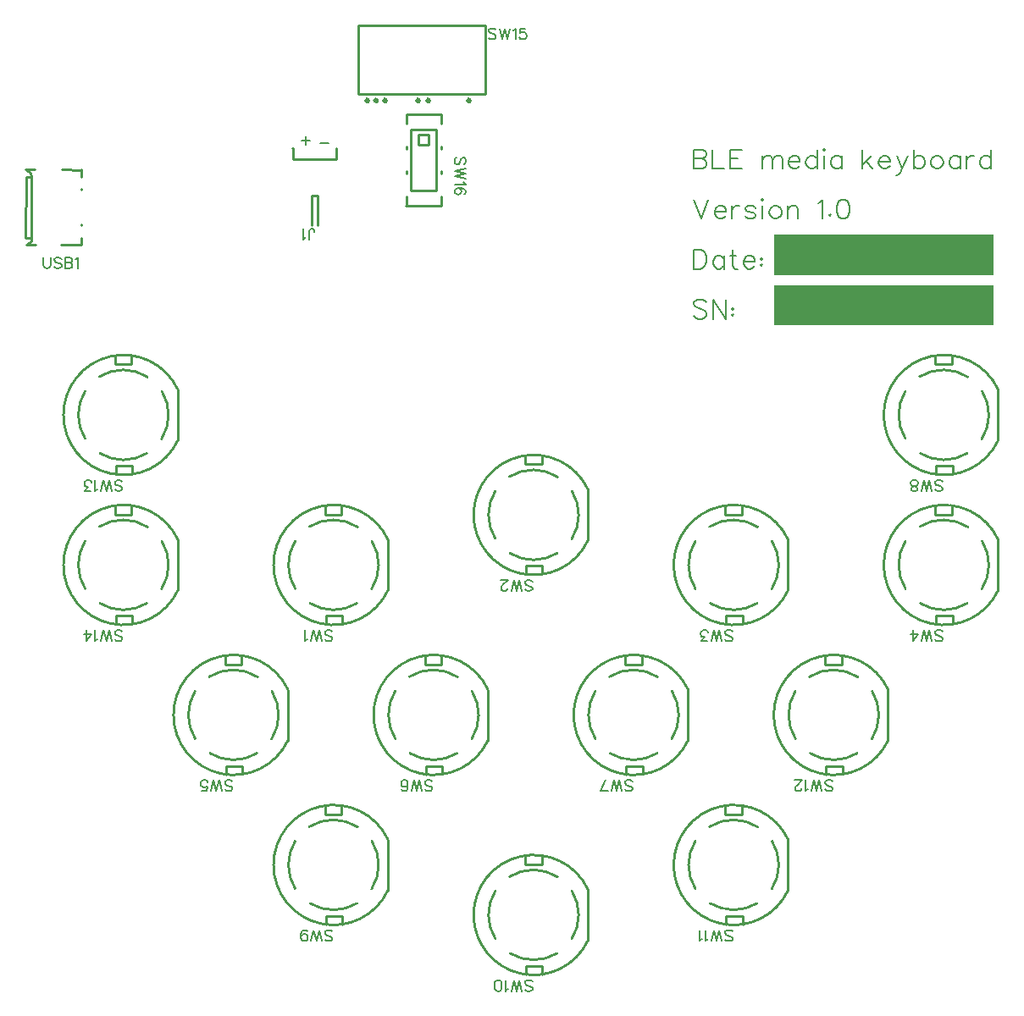
<source format=gto>
G04 Layer: TopSilkscreenLayer*
G04 EasyEDA v6.5.20, 2022-12-02 00:59:29*
G04 a67cddfb3fce44daa9051d46cbbcc19f,10*
G04 Gerber Generator version 0.2*
G04 Scale: 100 percent, Rotated: No, Reflected: No *
G04 Dimensions in millimeters *
G04 leading zeros omitted , absolute positions ,4 integer and 5 decimal *
%FSLAX45Y45*%
%MOMM*%

%ADD10C,0.2032*%
%ADD11C,0.1524*%
%ADD12C,0.2540*%

%LPD*%
D10*
X6729305Y7127326D02*
G01*
X6710832Y7145799D01*
X6683123Y7155035D01*
X6646179Y7155035D01*
X6618470Y7145799D01*
X6599996Y7127326D01*
X6599996Y7108852D01*
X6609232Y7090382D01*
X6618470Y7081144D01*
X6636941Y7071908D01*
X6692361Y7053435D01*
X6710832Y7044199D01*
X6720070Y7034964D01*
X6729305Y7016490D01*
X6729305Y6988782D01*
X6710832Y6970308D01*
X6683123Y6961073D01*
X6646179Y6961073D01*
X6618470Y6970308D01*
X6599996Y6988782D01*
X6790265Y7155035D02*
G01*
X6790265Y6961073D01*
X6790265Y7155035D02*
G01*
X6919574Y6961073D01*
X6919574Y7155035D02*
G01*
X6919574Y6961073D01*
X6989772Y7071908D02*
G01*
X6980534Y7062673D01*
X6989772Y7053435D01*
X6999008Y7062673D01*
X6989772Y7071908D01*
X6989772Y7007252D02*
G01*
X6980534Y6998017D01*
X6989772Y6988782D01*
X6999008Y6998017D01*
X6989772Y7007252D01*
X6599996Y7655034D02*
G01*
X6599996Y7461072D01*
X6599996Y7655034D02*
G01*
X6664652Y7655034D01*
X6692361Y7645798D01*
X6710832Y7627325D01*
X6720070Y7608851D01*
X6729305Y7581143D01*
X6729305Y7534963D01*
X6720070Y7507251D01*
X6710832Y7488781D01*
X6692361Y7470307D01*
X6664652Y7461072D01*
X6599996Y7461072D01*
X6901101Y7590381D02*
G01*
X6901101Y7461072D01*
X6901101Y7562672D02*
G01*
X6882630Y7581143D01*
X6864156Y7590381D01*
X6836448Y7590381D01*
X6817974Y7581143D01*
X6799501Y7562672D01*
X6790265Y7534963D01*
X6790265Y7516489D01*
X6799501Y7488781D01*
X6817974Y7470307D01*
X6836448Y7461072D01*
X6864156Y7461072D01*
X6882630Y7470307D01*
X6901101Y7488781D01*
X6989772Y7655034D02*
G01*
X6989772Y7498016D01*
X6999008Y7470307D01*
X7017481Y7461072D01*
X7035952Y7461072D01*
X6962061Y7590381D02*
G01*
X7026716Y7590381D01*
X7096912Y7534963D02*
G01*
X7207750Y7534963D01*
X7207750Y7553434D01*
X7198512Y7571907D01*
X7189276Y7581143D01*
X7170803Y7590381D01*
X7143094Y7590381D01*
X7124621Y7581143D01*
X7106150Y7562672D01*
X7096912Y7534963D01*
X7096912Y7516489D01*
X7106150Y7488781D01*
X7124621Y7470307D01*
X7143094Y7461072D01*
X7170803Y7461072D01*
X7189276Y7470307D01*
X7207750Y7488781D01*
X7277945Y7571907D02*
G01*
X7268710Y7562672D01*
X7277945Y7553434D01*
X7287181Y7562672D01*
X7277945Y7571907D01*
X7277945Y7507251D02*
G01*
X7268710Y7498016D01*
X7277945Y7488781D01*
X7287181Y7498016D01*
X7277945Y7507251D01*
X6599986Y8155030D02*
G01*
X6673877Y7961068D01*
X6747769Y8155030D02*
G01*
X6673877Y7961068D01*
X6808729Y8034959D02*
G01*
X6919564Y8034959D01*
X6919564Y8053430D01*
X6910329Y8071904D01*
X6901091Y8081139D01*
X6882620Y8090377D01*
X6854911Y8090377D01*
X6836437Y8081139D01*
X6817964Y8062668D01*
X6808729Y8034959D01*
X6808729Y8016486D01*
X6817964Y7988777D01*
X6836437Y7970304D01*
X6854911Y7961068D01*
X6882620Y7961068D01*
X6901091Y7970304D01*
X6919564Y7988777D01*
X6980524Y8090377D02*
G01*
X6980524Y7961068D01*
X6980524Y8034959D02*
G01*
X6989762Y8062668D01*
X7008233Y8081139D01*
X7026706Y8090377D01*
X7054415Y8090377D01*
X7216975Y8062668D02*
G01*
X7207740Y8081139D01*
X7180031Y8090377D01*
X7152322Y8090377D01*
X7124611Y8081139D01*
X7115375Y8062668D01*
X7124611Y8044195D01*
X7143084Y8034959D01*
X7189266Y8025721D01*
X7207740Y8016486D01*
X7216975Y7998012D01*
X7216975Y7988777D01*
X7207740Y7970304D01*
X7180031Y7961068D01*
X7152322Y7961068D01*
X7124611Y7970304D01*
X7115375Y7988777D01*
X7277935Y8155030D02*
G01*
X7287171Y8145795D01*
X7296409Y8155030D01*
X7287171Y8164268D01*
X7277935Y8155030D01*
X7287171Y8090377D02*
G01*
X7287171Y7961068D01*
X7403551Y8090377D02*
G01*
X7385077Y8081139D01*
X7366604Y8062668D01*
X7357369Y8034959D01*
X7357369Y8016486D01*
X7366604Y7988777D01*
X7385077Y7970304D01*
X7403551Y7961068D01*
X7431260Y7961068D01*
X7449731Y7970304D01*
X7468204Y7988777D01*
X7477442Y8016486D01*
X7477442Y8034959D01*
X7468204Y8062668D01*
X7449731Y8081139D01*
X7431260Y8090377D01*
X7403551Y8090377D01*
X7538402Y8090377D02*
G01*
X7538402Y7961068D01*
X7538402Y8053430D02*
G01*
X7566111Y8081139D01*
X7584582Y8090377D01*
X7612291Y8090377D01*
X7630764Y8081139D01*
X7640002Y8053430D01*
X7640002Y7961068D01*
X7843202Y8118086D02*
G01*
X7861673Y8127321D01*
X7889382Y8155030D01*
X7889382Y7961068D01*
X7959580Y8007248D02*
G01*
X7950342Y7998012D01*
X7959580Y7988777D01*
X7968815Y7998012D01*
X7959580Y8007248D01*
X8085193Y8155030D02*
G01*
X8057484Y8145795D01*
X8039011Y8118086D01*
X8029775Y8071904D01*
X8029775Y8044195D01*
X8039011Y7998012D01*
X8057484Y7970304D01*
X8085193Y7961068D01*
X8103666Y7961068D01*
X8131375Y7970304D01*
X8149849Y7998012D01*
X8159084Y8044195D01*
X8159084Y8071904D01*
X8149849Y8118086D01*
X8131375Y8145795D01*
X8103666Y8155030D01*
X8085193Y8155030D01*
X6599936Y8655050D02*
G01*
X6599936Y8460994D01*
X6599936Y8655050D02*
G01*
X6683247Y8655050D01*
X6710934Y8645905D01*
X6720077Y8636508D01*
X6729222Y8617965D01*
X6729222Y8599678D01*
X6720077Y8581136D01*
X6710934Y8571992D01*
X6683247Y8562594D01*
X6599936Y8562594D02*
G01*
X6683247Y8562594D01*
X6710934Y8553450D01*
X6720077Y8544305D01*
X6729222Y8525763D01*
X6729222Y8498078D01*
X6720077Y8479536D01*
X6710934Y8470392D01*
X6683247Y8460994D01*
X6599936Y8460994D01*
X6790181Y8655050D02*
G01*
X6790181Y8460994D01*
X6790181Y8460994D02*
G01*
X6901179Y8460994D01*
X6962140Y8655050D02*
G01*
X6962140Y8460994D01*
X6962140Y8655050D02*
G01*
X7082027Y8655050D01*
X6962140Y8562594D02*
G01*
X7036054Y8562594D01*
X6962140Y8460994D02*
G01*
X7082027Y8460994D01*
X7285227Y8590279D02*
G01*
X7285227Y8460994D01*
X7285227Y8553450D02*
G01*
X7313168Y8581136D01*
X7331456Y8590279D01*
X7359141Y8590279D01*
X7377684Y8581136D01*
X7386827Y8553450D01*
X7386827Y8460994D01*
X7386827Y8553450D02*
G01*
X7414768Y8581136D01*
X7433056Y8590279D01*
X7460741Y8590279D01*
X7479284Y8581136D01*
X7488427Y8553450D01*
X7488427Y8460994D01*
X7549388Y8534908D02*
G01*
X7660386Y8534908D01*
X7660386Y8553450D01*
X7650988Y8571992D01*
X7641843Y8581136D01*
X7623302Y8590279D01*
X7595615Y8590279D01*
X7577327Y8581136D01*
X7558786Y8562594D01*
X7549388Y8534908D01*
X7549388Y8516365D01*
X7558786Y8488679D01*
X7577327Y8470392D01*
X7595615Y8460994D01*
X7623302Y8460994D01*
X7641843Y8470392D01*
X7660386Y8488679D01*
X7832090Y8655050D02*
G01*
X7832090Y8460994D01*
X7832090Y8562594D02*
G01*
X7813547Y8581136D01*
X7795259Y8590279D01*
X7767574Y8590279D01*
X7749031Y8581136D01*
X7730490Y8562594D01*
X7721345Y8534908D01*
X7721345Y8516365D01*
X7730490Y8488679D01*
X7749031Y8470392D01*
X7767574Y8460994D01*
X7795259Y8460994D01*
X7813547Y8470392D01*
X7832090Y8488679D01*
X7893050Y8655050D02*
G01*
X7902447Y8645905D01*
X7911591Y8655050D01*
X7902447Y8664194D01*
X7893050Y8655050D01*
X7902447Y8590279D02*
G01*
X7902447Y8460994D01*
X8083295Y8590279D02*
G01*
X8083295Y8460994D01*
X8083295Y8562594D02*
G01*
X8065008Y8581136D01*
X8046465Y8590279D01*
X8018779Y8590279D01*
X8000238Y8581136D01*
X7981695Y8562594D01*
X7972552Y8534908D01*
X7972552Y8516365D01*
X7981695Y8488679D01*
X8000238Y8470392D01*
X8018779Y8460994D01*
X8046465Y8460994D01*
X8065008Y8470392D01*
X8083295Y8488679D01*
X8286495Y8655050D02*
G01*
X8286495Y8460994D01*
X8378952Y8590279D02*
G01*
X8286495Y8498078D01*
X8323579Y8534908D02*
G01*
X8388095Y8460994D01*
X8449056Y8534908D02*
G01*
X8560054Y8534908D01*
X8560054Y8553450D01*
X8550656Y8571992D01*
X8541511Y8581136D01*
X8522970Y8590279D01*
X8495284Y8590279D01*
X8476741Y8581136D01*
X8458454Y8562594D01*
X8449056Y8534908D01*
X8449056Y8516365D01*
X8458454Y8488679D01*
X8476741Y8470392D01*
X8495284Y8460994D01*
X8522970Y8460994D01*
X8541511Y8470392D01*
X8560054Y8488679D01*
X8630158Y8590279D02*
G01*
X8685529Y8460994D01*
X8740902Y8590279D02*
G01*
X8685529Y8460994D01*
X8666988Y8424163D01*
X8648700Y8405621D01*
X8630158Y8396478D01*
X8621013Y8396478D01*
X8801861Y8655050D02*
G01*
X8801861Y8460994D01*
X8801861Y8562594D02*
G01*
X8820404Y8581136D01*
X8838945Y8590279D01*
X8866631Y8590279D01*
X8885174Y8581136D01*
X8903461Y8562594D01*
X8912859Y8534908D01*
X8912859Y8516365D01*
X8903461Y8488679D01*
X8885174Y8470392D01*
X8866631Y8460994D01*
X8838945Y8460994D01*
X8820404Y8470392D01*
X8801861Y8488679D01*
X9020047Y8590279D02*
G01*
X9001506Y8581136D01*
X8982963Y8562594D01*
X8973820Y8534908D01*
X8973820Y8516365D01*
X8982963Y8488679D01*
X9001506Y8470392D01*
X9020047Y8460994D01*
X9047734Y8460994D01*
X9066022Y8470392D01*
X9084563Y8488679D01*
X9093708Y8516365D01*
X9093708Y8534908D01*
X9084563Y8562594D01*
X9066022Y8581136D01*
X9047734Y8590279D01*
X9020047Y8590279D01*
X9265665Y8590279D02*
G01*
X9265665Y8460994D01*
X9265665Y8562594D02*
G01*
X9247124Y8581136D01*
X9228581Y8590279D01*
X9200895Y8590279D01*
X9182608Y8581136D01*
X9164065Y8562594D01*
X9154668Y8534908D01*
X9154668Y8516365D01*
X9164065Y8488679D01*
X9182608Y8470392D01*
X9200895Y8460994D01*
X9228581Y8460994D01*
X9247124Y8470392D01*
X9265665Y8488679D01*
X9326625Y8590279D02*
G01*
X9326625Y8460994D01*
X9326625Y8534908D02*
G01*
X9335770Y8562594D01*
X9354311Y8581136D01*
X9372854Y8590279D01*
X9400540Y8590279D01*
X9572243Y8655050D02*
G01*
X9572243Y8460994D01*
X9572243Y8562594D02*
G01*
X9553702Y8581136D01*
X9535413Y8590279D01*
X9507727Y8590279D01*
X9489186Y8581136D01*
X9470643Y8562594D01*
X9461500Y8534908D01*
X9461500Y8516365D01*
X9470643Y8488679D01*
X9489186Y8470392D01*
X9507727Y8460994D01*
X9535413Y8460994D01*
X9553702Y8470392D01*
X9572243Y8488679D01*
D11*
X4622634Y9849802D02*
G01*
X4612220Y9860216D01*
X4596726Y9865296D01*
X4575898Y9865296D01*
X4560404Y9860216D01*
X4549990Y9849802D01*
X4549990Y9839388D01*
X4555070Y9828974D01*
X4560404Y9823640D01*
X4570818Y9818560D01*
X4602060Y9808146D01*
X4612220Y9803066D01*
X4617554Y9797732D01*
X4622634Y9787318D01*
X4622634Y9771824D01*
X4612220Y9761410D01*
X4596726Y9756330D01*
X4575898Y9756330D01*
X4560404Y9761410D01*
X4549990Y9771824D01*
X4656924Y9865296D02*
G01*
X4683086Y9756330D01*
X4708994Y9865296D02*
G01*
X4683086Y9756330D01*
X4708994Y9865296D02*
G01*
X4734902Y9756330D01*
X4760810Y9865296D02*
G01*
X4734902Y9756330D01*
X4795100Y9844468D02*
G01*
X4805514Y9849802D01*
X4821262Y9865296D01*
X4821262Y9756330D01*
X4917782Y9865296D02*
G01*
X4865966Y9865296D01*
X4860632Y9818560D01*
X4865966Y9823640D01*
X4881460Y9828974D01*
X4896954Y9828974D01*
X4912702Y9823640D01*
X4923116Y9813480D01*
X4928196Y9797732D01*
X4928196Y9787318D01*
X4923116Y9771824D01*
X4912702Y9761410D01*
X4896954Y9756330D01*
X4881460Y9756330D01*
X4865966Y9761410D01*
X4860632Y9766490D01*
X4855552Y9776904D01*
X4304614Y8502738D02*
G01*
X4315028Y8513152D01*
X4320108Y8528646D01*
X4320108Y8549474D01*
X4315028Y8564968D01*
X4304614Y8575382D01*
X4294200Y8575382D01*
X4283786Y8570302D01*
X4278452Y8564968D01*
X4273372Y8554554D01*
X4262958Y8523312D01*
X4257878Y8513152D01*
X4252544Y8507818D01*
X4242130Y8502738D01*
X4226636Y8502738D01*
X4216222Y8513152D01*
X4211142Y8528646D01*
X4211142Y8549474D01*
X4216222Y8564968D01*
X4226636Y8575382D01*
X4320108Y8468448D02*
G01*
X4211142Y8442286D01*
X4320108Y8416378D02*
G01*
X4211142Y8442286D01*
X4320108Y8416378D02*
G01*
X4211142Y8390470D01*
X4320108Y8364562D02*
G01*
X4211142Y8390470D01*
X4299280Y8330272D02*
G01*
X4304614Y8319858D01*
X4320108Y8304110D01*
X4211142Y8304110D01*
X4304614Y8207590D02*
G01*
X4315028Y8212670D01*
X4320108Y8228418D01*
X4320108Y8238832D01*
X4315028Y8254326D01*
X4299280Y8264740D01*
X4273372Y8269820D01*
X4247464Y8269820D01*
X4226636Y8264740D01*
X4216222Y8254326D01*
X4211142Y8238832D01*
X4211142Y8233498D01*
X4216222Y8218004D01*
X4226636Y8207590D01*
X4242130Y8202256D01*
X4247464Y8202256D01*
X4262958Y8207590D01*
X4273372Y8218004D01*
X4278452Y8233498D01*
X4278452Y8238832D01*
X4273372Y8254326D01*
X4262958Y8264740D01*
X4247464Y8269820D01*
X814501Y5254421D02*
G01*
X824915Y5244261D01*
X840663Y5238927D01*
X861237Y5238927D01*
X876985Y5244261D01*
X887399Y5254421D01*
X887399Y5264835D01*
X882065Y5275249D01*
X876985Y5280583D01*
X866571Y5285663D01*
X835329Y5296077D01*
X824915Y5301411D01*
X819835Y5306491D01*
X814501Y5316905D01*
X814501Y5332399D01*
X824915Y5342813D01*
X840663Y5348147D01*
X861237Y5348147D01*
X876985Y5342813D01*
X887399Y5332399D01*
X780211Y5238927D02*
G01*
X754303Y5348147D01*
X728395Y5238927D02*
G01*
X754303Y5348147D01*
X728395Y5238927D02*
G01*
X702233Y5348147D01*
X676325Y5238927D02*
G01*
X702233Y5348147D01*
X642035Y5259755D02*
G01*
X631621Y5254421D01*
X616127Y5238927D01*
X616127Y5348147D01*
X571423Y5238927D02*
G01*
X514273Y5238927D01*
X545515Y5280583D01*
X529767Y5280583D01*
X519353Y5285663D01*
X514273Y5290997D01*
X509193Y5306491D01*
X509193Y5316905D01*
X514273Y5332399D01*
X524687Y5342813D01*
X540181Y5348147D01*
X555929Y5348147D01*
X571423Y5342813D01*
X576503Y5337733D01*
X581837Y5327319D01*
X814501Y3754551D02*
G01*
X824915Y3744137D01*
X840663Y3739057D01*
X861237Y3739057D01*
X876985Y3744137D01*
X887399Y3754551D01*
X887399Y3764965D01*
X882065Y3775379D01*
X876985Y3780459D01*
X866571Y3785793D01*
X835329Y3796207D01*
X824915Y3801287D01*
X819835Y3806367D01*
X814501Y3816781D01*
X814501Y3832529D01*
X824915Y3842943D01*
X840663Y3848023D01*
X861237Y3848023D01*
X876985Y3842943D01*
X887399Y3832529D01*
X780211Y3739057D02*
G01*
X754303Y3848023D01*
X728395Y3739057D02*
G01*
X754303Y3848023D01*
X728395Y3739057D02*
G01*
X702233Y3848023D01*
X676325Y3739057D02*
G01*
X702233Y3848023D01*
X642035Y3759631D02*
G01*
X631621Y3754551D01*
X616127Y3739057D01*
X616127Y3848023D01*
X529767Y3739057D02*
G01*
X581837Y3811701D01*
X503859Y3811701D01*
X529767Y3739057D02*
G01*
X529767Y3848023D01*
X99999Y7575301D02*
G01*
X99999Y7497323D01*
X105079Y7481829D01*
X115493Y7471415D01*
X131241Y7466335D01*
X141655Y7466335D01*
X157149Y7471415D01*
X167563Y7481829D01*
X172643Y7497323D01*
X172643Y7575301D01*
X279831Y7559807D02*
G01*
X269417Y7570221D01*
X253669Y7575301D01*
X233095Y7575301D01*
X217347Y7570221D01*
X206933Y7559807D01*
X206933Y7549393D01*
X212267Y7538979D01*
X217347Y7533645D01*
X227761Y7528565D01*
X259003Y7518151D01*
X269417Y7513071D01*
X274497Y7507737D01*
X279831Y7497323D01*
X279831Y7481829D01*
X269417Y7471415D01*
X253669Y7466335D01*
X233095Y7466335D01*
X217347Y7471415D01*
X206933Y7481829D01*
X314121Y7575301D02*
G01*
X314121Y7466335D01*
X314121Y7575301D02*
G01*
X360857Y7575301D01*
X376351Y7570221D01*
X381685Y7564887D01*
X386765Y7554473D01*
X386765Y7544059D01*
X381685Y7533645D01*
X376351Y7528565D01*
X360857Y7523485D01*
X314121Y7523485D02*
G01*
X360857Y7523485D01*
X376351Y7518151D01*
X381685Y7513071D01*
X386765Y7502657D01*
X386765Y7486909D01*
X381685Y7476495D01*
X376351Y7471415D01*
X360857Y7466335D01*
X314121Y7466335D01*
X421055Y7554473D02*
G01*
X431469Y7559807D01*
X446963Y7575301D01*
X446963Y7466335D01*
X2914662Y3754462D02*
G01*
X2925076Y3744048D01*
X2940570Y3738968D01*
X2961398Y3738968D01*
X2976892Y3744048D01*
X2987306Y3754462D01*
X2987306Y3764876D01*
X2982226Y3775290D01*
X2976892Y3780624D01*
X2966478Y3785704D01*
X2935236Y3796118D01*
X2925076Y3801198D01*
X2919742Y3806532D01*
X2914662Y3816946D01*
X2914662Y3832440D01*
X2925076Y3842854D01*
X2940570Y3847934D01*
X2961398Y3847934D01*
X2976892Y3842854D01*
X2987306Y3832440D01*
X2880372Y3738968D02*
G01*
X2854210Y3847934D01*
X2828302Y3738968D02*
G01*
X2854210Y3847934D01*
X2828302Y3738968D02*
G01*
X2802394Y3847934D01*
X2776486Y3738968D02*
G01*
X2802394Y3847934D01*
X2742196Y3759796D02*
G01*
X2731782Y3754462D01*
X2716034Y3738968D01*
X2716034Y3847934D01*
X4914658Y4254461D02*
G01*
X4925072Y4244047D01*
X4940566Y4238967D01*
X4961394Y4238967D01*
X4976888Y4244047D01*
X4987302Y4254461D01*
X4987302Y4264875D01*
X4982222Y4275289D01*
X4976888Y4280623D01*
X4966474Y4285703D01*
X4935232Y4296117D01*
X4925072Y4301197D01*
X4919738Y4306531D01*
X4914658Y4316945D01*
X4914658Y4332439D01*
X4925072Y4342853D01*
X4940566Y4347933D01*
X4961394Y4347933D01*
X4976888Y4342853D01*
X4987302Y4332439D01*
X4880368Y4238967D02*
G01*
X4854206Y4347933D01*
X4828298Y4238967D02*
G01*
X4854206Y4347933D01*
X4828298Y4238967D02*
G01*
X4802390Y4347933D01*
X4776482Y4238967D02*
G01*
X4802390Y4347933D01*
X4736858Y4264875D02*
G01*
X4736858Y4259795D01*
X4731778Y4249381D01*
X4726444Y4244047D01*
X4716030Y4238967D01*
X4695202Y4238967D01*
X4685042Y4244047D01*
X4679708Y4249381D01*
X4674628Y4259795D01*
X4674628Y4270209D01*
X4679708Y4280623D01*
X4690122Y4296117D01*
X4742192Y4347933D01*
X4669294Y4347933D01*
X6914654Y3754462D02*
G01*
X6925068Y3744048D01*
X6940562Y3738968D01*
X6961390Y3738968D01*
X6976884Y3744048D01*
X6987298Y3754462D01*
X6987298Y3764876D01*
X6982218Y3775290D01*
X6976884Y3780624D01*
X6966470Y3785704D01*
X6935228Y3796118D01*
X6925068Y3801198D01*
X6919734Y3806532D01*
X6914654Y3816946D01*
X6914654Y3832440D01*
X6925068Y3842854D01*
X6940562Y3847934D01*
X6961390Y3847934D01*
X6976884Y3842854D01*
X6987298Y3832440D01*
X6880364Y3738968D02*
G01*
X6854202Y3847934D01*
X6828294Y3738968D02*
G01*
X6854202Y3847934D01*
X6828294Y3738968D02*
G01*
X6802386Y3847934D01*
X6776478Y3738968D02*
G01*
X6802386Y3847934D01*
X6731774Y3738968D02*
G01*
X6674624Y3738968D01*
X6705612Y3780624D01*
X6690118Y3780624D01*
X6679704Y3785704D01*
X6674624Y3790784D01*
X6669290Y3806532D01*
X6669290Y3816946D01*
X6674624Y3832440D01*
X6685038Y3842854D01*
X6700532Y3847934D01*
X6716026Y3847934D01*
X6731774Y3842854D01*
X6736854Y3837774D01*
X6742188Y3827360D01*
X9014650Y3754462D02*
G01*
X9025064Y3744048D01*
X9040558Y3738968D01*
X9061386Y3738968D01*
X9076880Y3744048D01*
X9087294Y3754462D01*
X9087294Y3764876D01*
X9082214Y3775290D01*
X9076880Y3780624D01*
X9066466Y3785704D01*
X9035224Y3796118D01*
X9025064Y3801198D01*
X9019730Y3806532D01*
X9014650Y3816946D01*
X9014650Y3832440D01*
X9025064Y3842854D01*
X9040558Y3847934D01*
X9061386Y3847934D01*
X9076880Y3842854D01*
X9087294Y3832440D01*
X8980360Y3738968D02*
G01*
X8954198Y3847934D01*
X8928290Y3738968D02*
G01*
X8954198Y3847934D01*
X8928290Y3738968D02*
G01*
X8902382Y3847934D01*
X8876474Y3738968D02*
G01*
X8902382Y3847934D01*
X8790114Y3738968D02*
G01*
X8842184Y3811612D01*
X8764206Y3811612D01*
X8790114Y3738968D02*
G01*
X8790114Y3847934D01*
X1914664Y2254465D02*
G01*
X1925078Y2244051D01*
X1940572Y2238971D01*
X1961400Y2238971D01*
X1976894Y2244051D01*
X1987308Y2254465D01*
X1987308Y2264879D01*
X1982228Y2275293D01*
X1976894Y2280627D01*
X1966480Y2285707D01*
X1935238Y2296121D01*
X1925078Y2301201D01*
X1919744Y2306535D01*
X1914664Y2316949D01*
X1914664Y2332443D01*
X1925078Y2342857D01*
X1940572Y2347937D01*
X1961400Y2347937D01*
X1976894Y2342857D01*
X1987308Y2332443D01*
X1880374Y2238971D02*
G01*
X1854212Y2347937D01*
X1828304Y2238971D02*
G01*
X1854212Y2347937D01*
X1828304Y2238971D02*
G01*
X1802396Y2347937D01*
X1776488Y2238971D02*
G01*
X1802396Y2347937D01*
X1679714Y2238971D02*
G01*
X1731784Y2238971D01*
X1736864Y2285707D01*
X1731784Y2280627D01*
X1716036Y2275293D01*
X1700542Y2275293D01*
X1685048Y2280627D01*
X1674634Y2290787D01*
X1669300Y2306535D01*
X1669300Y2316949D01*
X1674634Y2332443D01*
X1685048Y2342857D01*
X1700542Y2347937D01*
X1716036Y2347937D01*
X1731784Y2342857D01*
X1736864Y2337777D01*
X1742198Y2327363D01*
X3914660Y2254465D02*
G01*
X3925074Y2244051D01*
X3940568Y2238971D01*
X3961396Y2238971D01*
X3976890Y2244051D01*
X3987304Y2254465D01*
X3987304Y2264879D01*
X3982224Y2275293D01*
X3976890Y2280627D01*
X3966476Y2285707D01*
X3935234Y2296121D01*
X3925074Y2301201D01*
X3919740Y2306535D01*
X3914660Y2316949D01*
X3914660Y2332443D01*
X3925074Y2342857D01*
X3940568Y2347937D01*
X3961396Y2347937D01*
X3976890Y2342857D01*
X3987304Y2332443D01*
X3880370Y2238971D02*
G01*
X3854208Y2347937D01*
X3828300Y2238971D02*
G01*
X3854208Y2347937D01*
X3828300Y2238971D02*
G01*
X3802392Y2347937D01*
X3776484Y2238971D02*
G01*
X3802392Y2347937D01*
X3679710Y2254465D02*
G01*
X3685044Y2244051D01*
X3700538Y2238971D01*
X3710952Y2238971D01*
X3726446Y2244051D01*
X3736860Y2259799D01*
X3742194Y2285707D01*
X3742194Y2311615D01*
X3736860Y2332443D01*
X3726446Y2342857D01*
X3710952Y2347937D01*
X3705618Y2347937D01*
X3690124Y2342857D01*
X3679710Y2332443D01*
X3674630Y2316949D01*
X3674630Y2311615D01*
X3679710Y2296121D01*
X3690124Y2285707D01*
X3705618Y2280627D01*
X3710952Y2280627D01*
X3726446Y2285707D01*
X3736860Y2296121D01*
X3742194Y2311615D01*
X5914656Y2254465D02*
G01*
X5925070Y2244051D01*
X5940564Y2238971D01*
X5961392Y2238971D01*
X5976886Y2244051D01*
X5987300Y2254465D01*
X5987300Y2264879D01*
X5982220Y2275293D01*
X5976886Y2280627D01*
X5966472Y2285707D01*
X5935230Y2296121D01*
X5925070Y2301201D01*
X5919736Y2306535D01*
X5914656Y2316949D01*
X5914656Y2332443D01*
X5925070Y2342857D01*
X5940564Y2347937D01*
X5961392Y2347937D01*
X5976886Y2342857D01*
X5987300Y2332443D01*
X5880366Y2238971D02*
G01*
X5854204Y2347937D01*
X5828296Y2238971D02*
G01*
X5854204Y2347937D01*
X5828296Y2238971D02*
G01*
X5802388Y2347937D01*
X5776480Y2238971D02*
G01*
X5802388Y2347937D01*
X5669292Y2238971D02*
G01*
X5721362Y2347937D01*
X5742190Y2238971D02*
G01*
X5669292Y2238971D01*
X9014650Y5254459D02*
G01*
X9025064Y5244045D01*
X9040558Y5238965D01*
X9061386Y5238965D01*
X9076880Y5244045D01*
X9087294Y5254459D01*
X9087294Y5264873D01*
X9082214Y5275287D01*
X9076880Y5280621D01*
X9066466Y5285701D01*
X9035224Y5296115D01*
X9025064Y5301195D01*
X9019730Y5306529D01*
X9014650Y5316943D01*
X9014650Y5332437D01*
X9025064Y5342851D01*
X9040558Y5347931D01*
X9061386Y5347931D01*
X9076880Y5342851D01*
X9087294Y5332437D01*
X8980360Y5238965D02*
G01*
X8954198Y5347931D01*
X8928290Y5238965D02*
G01*
X8954198Y5347931D01*
X8928290Y5238965D02*
G01*
X8902382Y5347931D01*
X8876474Y5238965D02*
G01*
X8902382Y5347931D01*
X8816022Y5238965D02*
G01*
X8831770Y5244045D01*
X8836850Y5254459D01*
X8836850Y5264873D01*
X8831770Y5275287D01*
X8821356Y5280621D01*
X8800528Y5285701D01*
X8785034Y5290781D01*
X8774620Y5301195D01*
X8769286Y5311609D01*
X8769286Y5327357D01*
X8774620Y5337771D01*
X8779700Y5342851D01*
X8795194Y5347931D01*
X8816022Y5347931D01*
X8831770Y5342851D01*
X8836850Y5337771D01*
X8842184Y5327357D01*
X8842184Y5311609D01*
X8836850Y5301195D01*
X8826436Y5290781D01*
X8810942Y5285701D01*
X8790114Y5280621D01*
X8779700Y5275287D01*
X8774620Y5264873D01*
X8774620Y5254459D01*
X8779700Y5244045D01*
X8795194Y5238965D01*
X8816022Y5238965D01*
X2914662Y754468D02*
G01*
X2925076Y744054D01*
X2940570Y738974D01*
X2961398Y738974D01*
X2976892Y744054D01*
X2987306Y754468D01*
X2987306Y764882D01*
X2982226Y775296D01*
X2976892Y780630D01*
X2966478Y785710D01*
X2935236Y796124D01*
X2925076Y801204D01*
X2919742Y806538D01*
X2914662Y816952D01*
X2914662Y832446D01*
X2925076Y842860D01*
X2940570Y847940D01*
X2961398Y847940D01*
X2976892Y842860D01*
X2987306Y832446D01*
X2880372Y738974D02*
G01*
X2854210Y847940D01*
X2828302Y738974D02*
G01*
X2854210Y847940D01*
X2828302Y738974D02*
G01*
X2802394Y847940D01*
X2776486Y738974D02*
G01*
X2802394Y847940D01*
X2674632Y775296D02*
G01*
X2679712Y790790D01*
X2690126Y801204D01*
X2705620Y806538D01*
X2710954Y806538D01*
X2726448Y801204D01*
X2736862Y790790D01*
X2742196Y775296D01*
X2742196Y770216D01*
X2736862Y754468D01*
X2726448Y744054D01*
X2710954Y738974D01*
X2705620Y738974D01*
X2690126Y744054D01*
X2679712Y754468D01*
X2674632Y775296D01*
X2674632Y801204D01*
X2679712Y827366D01*
X2690126Y842860D01*
X2705620Y847940D01*
X2716034Y847940D01*
X2731782Y842860D01*
X2736862Y832446D01*
X4914658Y254469D02*
G01*
X4925072Y244055D01*
X4940566Y238975D01*
X4961394Y238975D01*
X4976888Y244055D01*
X4987302Y254469D01*
X4987302Y264883D01*
X4982222Y275297D01*
X4976888Y280631D01*
X4966474Y285711D01*
X4935232Y296125D01*
X4925072Y301205D01*
X4919738Y306539D01*
X4914658Y316953D01*
X4914658Y332447D01*
X4925072Y342861D01*
X4940566Y347941D01*
X4961394Y347941D01*
X4976888Y342861D01*
X4987302Y332447D01*
X4880368Y238975D02*
G01*
X4854206Y347941D01*
X4828298Y238975D02*
G01*
X4854206Y347941D01*
X4828298Y238975D02*
G01*
X4802390Y347941D01*
X4776482Y238975D02*
G01*
X4802390Y347941D01*
X4742192Y259803D02*
G01*
X4731778Y254469D01*
X4716030Y238975D01*
X4716030Y347941D01*
X4650752Y238975D02*
G01*
X4666246Y244055D01*
X4676660Y259803D01*
X4681740Y285711D01*
X4681740Y301205D01*
X4676660Y327367D01*
X4666246Y342861D01*
X4650752Y347941D01*
X4640338Y347941D01*
X4624590Y342861D01*
X4614176Y327367D01*
X4609096Y301205D01*
X4609096Y285711D01*
X4614176Y259803D01*
X4624590Y244055D01*
X4640338Y238975D01*
X4650752Y238975D01*
X6914654Y754468D02*
G01*
X6925068Y744054D01*
X6940562Y738974D01*
X6961390Y738974D01*
X6976884Y744054D01*
X6987298Y754468D01*
X6987298Y764882D01*
X6982218Y775296D01*
X6976884Y780630D01*
X6966470Y785710D01*
X6935228Y796124D01*
X6925068Y801204D01*
X6919734Y806538D01*
X6914654Y816952D01*
X6914654Y832446D01*
X6925068Y842860D01*
X6940562Y847940D01*
X6961390Y847940D01*
X6976884Y842860D01*
X6987298Y832446D01*
X6880364Y738974D02*
G01*
X6854202Y847940D01*
X6828294Y738974D02*
G01*
X6854202Y847940D01*
X6828294Y738974D02*
G01*
X6802386Y847940D01*
X6776478Y738974D02*
G01*
X6802386Y847940D01*
X6742188Y759802D02*
G01*
X6731774Y754468D01*
X6716026Y738974D01*
X6716026Y847940D01*
X6681736Y759802D02*
G01*
X6671322Y754468D01*
X6655828Y738974D01*
X6655828Y847940D01*
X7914652Y2254465D02*
G01*
X7925066Y2244051D01*
X7940560Y2238971D01*
X7961388Y2238971D01*
X7976882Y2244051D01*
X7987296Y2254465D01*
X7987296Y2264879D01*
X7982216Y2275293D01*
X7976882Y2280627D01*
X7966468Y2285707D01*
X7935226Y2296121D01*
X7925066Y2301201D01*
X7919732Y2306535D01*
X7914652Y2316949D01*
X7914652Y2332443D01*
X7925066Y2342857D01*
X7940560Y2347937D01*
X7961388Y2347937D01*
X7976882Y2342857D01*
X7987296Y2332443D01*
X7880362Y2238971D02*
G01*
X7854200Y2347937D01*
X7828292Y2238971D02*
G01*
X7854200Y2347937D01*
X7828292Y2238971D02*
G01*
X7802384Y2347937D01*
X7776476Y2238971D02*
G01*
X7802384Y2347937D01*
X7742186Y2259799D02*
G01*
X7731772Y2254465D01*
X7716024Y2238971D01*
X7716024Y2347937D01*
X7676654Y2264879D02*
G01*
X7676654Y2259799D01*
X7671320Y2249385D01*
X7666240Y2244051D01*
X7655826Y2238971D01*
X7634998Y2238971D01*
X7624584Y2244051D01*
X7619504Y2249385D01*
X7614170Y2259799D01*
X7614170Y2270213D01*
X7619504Y2280627D01*
X7629918Y2296121D01*
X7681734Y2347937D01*
X7609090Y2347937D01*
X2757924Y7754266D02*
G01*
X2757924Y7837324D01*
X2763258Y7853072D01*
X2768338Y7858152D01*
X2778752Y7863232D01*
X2789166Y7863232D01*
X2799580Y7858152D01*
X2804914Y7853072D01*
X2809994Y7837324D01*
X2809994Y7826910D01*
X2723634Y7775094D02*
G01*
X2713474Y7769760D01*
X2697726Y7754266D01*
X2697726Y7863232D01*
X2720078Y8699146D02*
G01*
X2720078Y8782458D01*
X2761734Y8740802D02*
G01*
X2678676Y8740802D01*
X2952234Y8720482D02*
G01*
X2869176Y8720482D01*
G36*
X7399985Y7799984D02*
G01*
X7399985Y7399985D01*
X9599980Y7399985D01*
X9599980Y7799984D01*
G37*
G36*
X7399985Y7299959D02*
G01*
X7399985Y6899960D01*
X9599980Y6899960D01*
X9599980Y7299959D01*
G37*
D12*
X4514989Y9206979D02*
G01*
X3244989Y9206979D01*
X3244989Y9892982D01*
X4514989Y9892982D01*
X4514989Y9206979D01*
X3849192Y8803982D02*
G01*
X3950792Y8803982D01*
X3950792Y8702382D01*
X3849192Y8702382D01*
X3849192Y8803982D01*
X3772992Y8854782D02*
G01*
X4026992Y8854782D01*
X4026992Y8245182D01*
X3772992Y8245182D01*
X3772992Y8854782D01*
X3727780Y9007182D02*
G01*
X4077792Y9007182D01*
X4072204Y8092782D02*
G01*
X3722192Y8092782D01*
X4077792Y9007182D02*
G01*
X4077792Y8912814D01*
X4077792Y8687125D02*
G01*
X4077792Y8662827D01*
X4077792Y8437138D02*
G01*
X4077792Y8412840D01*
X4077792Y8187151D02*
G01*
X4077792Y8092782D01*
X3727780Y9007182D02*
G01*
X3727780Y8913060D01*
X3727780Y8686878D02*
G01*
X3727780Y8663073D01*
X3727780Y8436891D02*
G01*
X3727780Y8413087D01*
X3727780Y8186905D02*
G01*
X3727780Y8092782D01*
X979947Y6587937D02*
G01*
X979947Y6505671D01*
X815987Y6505671D01*
X815987Y6589146D01*
X987704Y5407667D02*
G01*
X987704Y5489930D01*
X823747Y5489930D01*
X823747Y5406456D01*
X1439946Y5997930D02*
G01*
X1439946Y5743930D01*
X1439946Y5997930D02*
G01*
X1439946Y6251930D01*
X979947Y5088067D02*
G01*
X979947Y5005801D01*
X815987Y5005801D01*
X815987Y5089276D01*
X987704Y3907797D02*
G01*
X987704Y3990060D01*
X823747Y3990060D01*
X823747Y3906586D01*
X1439946Y4498060D02*
G01*
X1439946Y4244060D01*
X1439946Y4498060D02*
G01*
X1439946Y4752060D01*
X-24000Y8379983D02*
G01*
X-74000Y8379983D01*
X-77000Y7770985D01*
X-24000Y7769984D01*
X279981Y8453254D02*
G01*
X297439Y8453170D01*
X-24000Y8379983D02*
G01*
X-25999Y8424981D01*
X-78000Y8454984D01*
X15974Y8454529D01*
X279946Y8453483D02*
G01*
X300723Y8453112D01*
X-24000Y8379983D02*
G01*
X-24000Y7769984D01*
X-24000Y7739984D01*
X-74000Y7699984D01*
X17068Y7699984D01*
X279946Y8453483D02*
G01*
X475998Y8449983D01*
X476293Y7774404D02*
G01*
X475998Y7699984D01*
X278683Y7699984D01*
X476818Y7906870D02*
G01*
X476793Y7900085D01*
X478226Y8261342D02*
G01*
X478193Y8253095D01*
X478998Y8455982D02*
G01*
X478708Y8383109D01*
X3080006Y5087978D02*
G01*
X3080006Y5005712D01*
X2916047Y5005712D01*
X2916047Y5089187D01*
X3087763Y3907708D02*
G01*
X3087763Y3989971D01*
X2923806Y3989971D01*
X2923806Y3906497D01*
X3540005Y4497971D02*
G01*
X3540005Y4243971D01*
X3540005Y4497971D02*
G01*
X3540005Y4751971D01*
X5080002Y5587977D02*
G01*
X5080002Y5505711D01*
X4916043Y5505711D01*
X4916043Y5589186D01*
X5087759Y4407707D02*
G01*
X5087759Y4489970D01*
X4923802Y4489970D01*
X4923802Y4406496D01*
X5540001Y4997970D02*
G01*
X5540001Y4743970D01*
X5540001Y4997970D02*
G01*
X5540001Y5251970D01*
X7079998Y5087978D02*
G01*
X7079998Y5005712D01*
X6916038Y5005712D01*
X6916038Y5089187D01*
X7087755Y3907708D02*
G01*
X7087755Y3989971D01*
X6923798Y3989971D01*
X6923798Y3906497D01*
X7539997Y4497971D02*
G01*
X7539997Y4243971D01*
X7539997Y4497971D02*
G01*
X7539997Y4751971D01*
X9179994Y5087978D02*
G01*
X9179994Y5005712D01*
X9016034Y5005712D01*
X9016034Y5089187D01*
X9187751Y3907708D02*
G01*
X9187751Y3989971D01*
X9023794Y3989971D01*
X9023794Y3906497D01*
X9639993Y4497971D02*
G01*
X9639993Y4243971D01*
X9639993Y4497971D02*
G01*
X9639993Y4751971D01*
X2080008Y3587981D02*
G01*
X2080008Y3505715D01*
X1916048Y3505715D01*
X1916048Y3589190D01*
X2087765Y2407711D02*
G01*
X2087765Y2489974D01*
X1923808Y2489974D01*
X1923808Y2406500D01*
X2540007Y2997974D02*
G01*
X2540007Y2743974D01*
X2540007Y2997974D02*
G01*
X2540007Y3251974D01*
X4080004Y3587981D02*
G01*
X4080004Y3505715D01*
X3916045Y3505715D01*
X3916045Y3589190D01*
X4087761Y2407711D02*
G01*
X4087761Y2489974D01*
X3923804Y2489974D01*
X3923804Y2406500D01*
X4540003Y2997974D02*
G01*
X4540003Y2743974D01*
X4540003Y2997974D02*
G01*
X4540003Y3251974D01*
X6080000Y3587981D02*
G01*
X6080000Y3505715D01*
X5916040Y3505715D01*
X5916040Y3589190D01*
X6087757Y2407711D02*
G01*
X6087757Y2489974D01*
X5923800Y2489974D01*
X5923800Y2406500D01*
X6539999Y2997974D02*
G01*
X6539999Y2743974D01*
X6539999Y2997974D02*
G01*
X6539999Y3251974D01*
X9179994Y6587975D02*
G01*
X9179994Y6505709D01*
X9016034Y6505709D01*
X9016034Y6589184D01*
X9187751Y5407705D02*
G01*
X9187751Y5489968D01*
X9023794Y5489968D01*
X9023794Y5406494D01*
X9639993Y5997968D02*
G01*
X9639993Y5743968D01*
X9639993Y5997968D02*
G01*
X9639993Y6251968D01*
X3080006Y2087984D02*
G01*
X3080006Y2005718D01*
X2916047Y2005718D01*
X2916047Y2089193D01*
X3087763Y907714D02*
G01*
X3087763Y989977D01*
X2923806Y989977D01*
X2923806Y906503D01*
X3540005Y1497977D02*
G01*
X3540005Y1243977D01*
X3540005Y1497977D02*
G01*
X3540005Y1751977D01*
X5080002Y1587985D02*
G01*
X5080002Y1505719D01*
X4916043Y1505719D01*
X4916043Y1589194D01*
X5087759Y407715D02*
G01*
X5087759Y489978D01*
X4923802Y489978D01*
X4923802Y406504D01*
X5540001Y997978D02*
G01*
X5540001Y743978D01*
X5540001Y997978D02*
G01*
X5540001Y1251978D01*
X7079998Y2087984D02*
G01*
X7079998Y2005718D01*
X6916038Y2005718D01*
X6916038Y2089193D01*
X7087755Y907714D02*
G01*
X7087755Y989977D01*
X6923798Y989977D01*
X6923798Y906503D01*
X7539997Y1497977D02*
G01*
X7539997Y1243977D01*
X7539997Y1497977D02*
G01*
X7539997Y1751977D01*
X8079996Y3587981D02*
G01*
X8079996Y3505715D01*
X7916036Y3505715D01*
X7916036Y3589190D01*
X8087753Y2407711D02*
G01*
X8087753Y2489974D01*
X7923796Y2489974D01*
X7923796Y2406500D01*
X8539995Y2997974D02*
G01*
X8539995Y2743974D01*
X8539995Y2997974D02*
G01*
X8539995Y3251974D01*
X3030974Y8669682D02*
G01*
X3030974Y8560462D01*
X3030974Y8560462D02*
G01*
X2599174Y8560462D01*
X2599174Y8560462D02*
G01*
X2599174Y8669682D01*
X2599174Y8669682D02*
G01*
X2589014Y8669682D01*
X2840474Y7900062D02*
G01*
X2840474Y8189622D01*
X2840474Y8189622D02*
G01*
X2779514Y8189622D01*
X2779514Y8189622D02*
G01*
X2779514Y7900062D01*
G75*
G01*
X1442885Y6255319D02*
G03*
X1443980Y5746900I-542936J-255380D01*
G75*
G01*
X664947Y5615937D02*
G03*
X1133518Y5616285I233999J386000D01*
G75*
G01*
X1279947Y5758937D02*
G03*
X1282764Y6238446I-381002J242001D01*
G75*
G01*
X1139947Y6379936D02*
G03*
X658226Y6382652I-242999J-378000D01*
G75*
G01*
X515948Y6237938D02*
G03*
X516456Y5763120I383000J-236999D01*
G75*
G01*
X1442885Y4755449D02*
G03*
X1443980Y4247030I-542936J-255380D01*
G75*
G01*
X664947Y4116067D02*
G03*
X1133518Y4116415I233999J386000D01*
G75*
G01*
X1279947Y4259067D02*
G03*
X1282764Y4738576I-381002J242001D01*
G75*
G01*
X1139947Y4880066D02*
G03*
X658226Y4882782I-242999J-378000D01*
G75*
G01*
X515948Y4738068D02*
G03*
X516456Y4263250I383000J-236999D01*
G75*
G01*
X3542944Y4755360D02*
G03*
X3544039Y4246941I-542936J-255380D01*
G75*
G01*
X2765006Y4115979D02*
G03*
X3233577Y4116327I233999J385999D01*
G75*
G01*
X3380006Y4258978D02*
G03*
X3382823Y4738487I-381001J242001D01*
G75*
G01*
X3240006Y4879978D02*
G03*
X2758285Y4882693I-242999J-378001D01*
G75*
G01*
X2616007Y4737979D02*
G03*
X2616515Y4263161I383001J-236999D01*
G75*
G01*
X5542940Y5255359D02*
G03*
X5544035Y4746940I-542936J-255380D01*
G75*
G01*
X4765002Y4615978D02*
G03*
X5233573Y4616326I233999J385999D01*
G75*
G01*
X5380002Y4758977D02*
G03*
X5382819Y5238486I-381001J242001D01*
G75*
G01*
X5240002Y5379977D02*
G03*
X4758281Y5382692I-242999J-378001D01*
G75*
G01*
X4616003Y5237978D02*
G03*
X4616511Y4763160I383001J-236999D01*
G75*
G01*
X7542936Y4755360D02*
G03*
X7544031Y4246941I-542936J-255380D01*
G75*
G01*
X6764998Y4115979D02*
G03*
X7233569Y4116327I233999J385999D01*
G75*
G01*
X7379998Y4258978D02*
G03*
X7382815Y4738487I-381001J242001D01*
G75*
G01*
X7239998Y4879978D02*
G03*
X6758277Y4882693I-242999J-378001D01*
G75*
G01*
X6615999Y4737979D02*
G03*
X6616507Y4263161I383001J-236999D01*
G75*
G01*
X9642932Y4755360D02*
G03*
X9644027Y4246941I-542936J-255380D01*
G75*
G01*
X8864994Y4115979D02*
G03*
X9333565Y4116327I233999J385999D01*
G75*
G01*
X9479994Y4258978D02*
G03*
X9482811Y4738487I-381001J242001D01*
G75*
G01*
X9339994Y4879978D02*
G03*
X8858273Y4882693I-242999J-378001D01*
G75*
G01*
X8715995Y4737979D02*
G03*
X8716503Y4263161I383001J-236999D01*
G75*
G01*
X2542946Y3255363D02*
G03*
X2544041Y2746944I-542936J-255380D01*
G75*
G01*
X1765008Y2615982D02*
G03*
X2233579Y2616330I233999J385999D01*
G75*
G01*
X2380008Y2758981D02*
G03*
X2382825Y3238490I-381001J242001D01*
G75*
G01*
X2240008Y3379981D02*
G03*
X1758287Y3382696I-242999J-378001D01*
G75*
G01*
X1616009Y3237982D02*
G03*
X1616517Y2763164I383001J-236999D01*
G75*
G01*
X4542942Y3255363D02*
G03*
X4544037Y2746944I-542936J-255380D01*
G75*
G01*
X3765004Y2615982D02*
G03*
X4233575Y2616330I233999J385999D01*
G75*
G01*
X4380004Y2758981D02*
G03*
X4382821Y3238490I-381001J242001D01*
G75*
G01*
X4240004Y3379981D02*
G03*
X3758283Y3382696I-242999J-378001D01*
G75*
G01*
X3616005Y3237982D02*
G03*
X3616513Y2763164I383001J-236999D01*
G75*
G01*
X6542938Y3255363D02*
G03*
X6544033Y2746944I-542936J-255380D01*
G75*
G01*
X5765000Y2615982D02*
G03*
X6233571Y2616330I233999J385999D01*
G75*
G01*
X6380000Y2758981D02*
G03*
X6382817Y3238490I-381001J242001D01*
G75*
G01*
X6240000Y3379981D02*
G03*
X5758279Y3382696I-242999J-378001D01*
G75*
G01*
X5616001Y3237982D02*
G03*
X5616509Y2763164I383001J-236999D01*
G75*
G01*
X9642932Y6255357D02*
G03*
X9644027Y5746938I-542936J-255380D01*
G75*
G01*
X8864994Y5615976D02*
G03*
X9333565Y5616324I233999J385999D01*
G75*
G01*
X9479994Y5758975D02*
G03*
X9482811Y6238484I-381001J242001D01*
G75*
G01*
X9339994Y6379975D02*
G03*
X8858273Y6382690I-242999J-378001D01*
G75*
G01*
X8715995Y6237976D02*
G03*
X8716503Y5763158I383001J-236999D01*
G75*
G01*
X3542944Y1755366D02*
G03*
X3544039Y1246947I-542936J-255380D01*
G75*
G01*
X2765006Y1115985D02*
G03*
X3233577Y1116333I233999J385999D01*
G75*
G01*
X3380006Y1258984D02*
G03*
X3382823Y1738493I-381001J242001D01*
G75*
G01*
X3240006Y1879984D02*
G03*
X2758285Y1882699I-242999J-378001D01*
G75*
G01*
X2616007Y1737985D02*
G03*
X2616515Y1263167I383001J-236999D01*
G75*
G01*
X5542940Y1255367D02*
G03*
X5544035Y746948I-542936J-255380D01*
G75*
G01*
X4765002Y615986D02*
G03*
X5233573Y616334I233999J385999D01*
G75*
G01*
X5380002Y758985D02*
G03*
X5382819Y1238494I-381001J242001D01*
G75*
G01*
X5240002Y1379985D02*
G03*
X4758281Y1382700I-242999J-378001D01*
G75*
G01*
X4616003Y1237986D02*
G03*
X4616511Y763168I383001J-236999D01*
G75*
G01*
X7542936Y1755366D02*
G03*
X7544031Y1246947I-542936J-255380D01*
G75*
G01*
X6764998Y1115985D02*
G03*
X7233569Y1116333I233999J385999D01*
G75*
G01*
X7379998Y1258984D02*
G03*
X7382815Y1738493I-381001J242001D01*
G75*
G01*
X7239998Y1879984D02*
G03*
X6758277Y1882699I-242999J-378001D01*
G75*
G01*
X6615999Y1737985D02*
G03*
X6616507Y1263167I383001J-236999D01*
G75*
G01*
X8542934Y3255363D02*
G03*
X8544029Y2746944I-542936J-255380D01*
G75*
G01*
X7764996Y2615982D02*
G03*
X8233567Y2616330I233999J385999D01*
G75*
G01*
X8379996Y2758981D02*
G03*
X8382813Y3238490I-381001J242001D01*
G75*
G01*
X8239996Y3379981D02*
G03*
X7758275Y3382696I-242999J-378001D01*
G75*
G01*
X7615997Y3237982D02*
G03*
X7616505Y2763164I383001J-236999D01*
G75*
G01
X4367949Y9143581D02*
G03X4367949Y9143581I-17958J0D01*
G75*
G01
X3961549Y9143581D02*
G03X3961549Y9143581I-17958J0D01*
G75*
G01
X3859949Y9143581D02*
G03X3859949Y9143581I-17958J0D01*
G75*
G01
X3529749Y9143581D02*
G03X3529749Y9143581I-17958J0D01*
G75*
G01
X3440849Y9143581D02*
G03X3440849Y9143581I-17958J0D01*
G75*
G01
X3351949Y9143581D02*
G03X3351949Y9143581I-17958J0D01*
M02*

</source>
